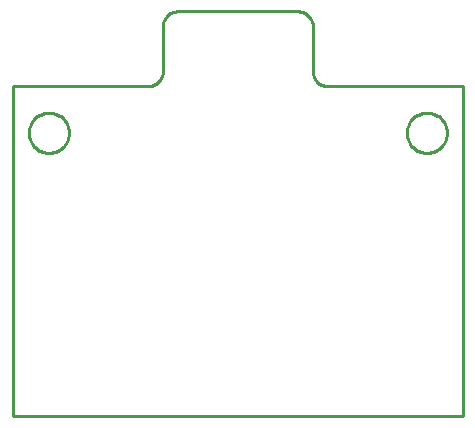
<source format=gbr>
G04 EAGLE Gerber RS-274X export*
G75*
%MOMM*%
%FSLAX34Y34*%
%LPD*%
%IN*%
%IPPOS*%
%AMOC8*
5,1,8,0,0,1.08239X$1,22.5*%
G01*
%ADD10C,0.254000*%


D10*
X0Y0D02*
X381000Y0D01*
X381000Y279400D01*
X266700Y279400D01*
X265593Y279448D01*
X264495Y279593D01*
X263413Y279833D01*
X262356Y280166D01*
X261333Y280590D01*
X260350Y281101D01*
X259416Y281697D01*
X258537Y282371D01*
X257720Y283120D01*
X256971Y283937D01*
X256297Y284816D01*
X255701Y285750D01*
X255190Y286733D01*
X254766Y287756D01*
X254433Y288813D01*
X254193Y289895D01*
X254048Y290993D01*
X254000Y292100D01*
X254000Y330200D01*
X253952Y331307D01*
X253807Y332405D01*
X253567Y333487D01*
X253234Y334544D01*
X252810Y335567D01*
X252299Y336550D01*
X251703Y337484D01*
X251029Y338363D01*
X250280Y339180D01*
X249463Y339929D01*
X248584Y340603D01*
X247650Y341199D01*
X246667Y341710D01*
X245644Y342134D01*
X244587Y342467D01*
X243505Y342707D01*
X242407Y342852D01*
X241300Y342900D01*
X139700Y342900D01*
X138593Y342852D01*
X137495Y342707D01*
X136413Y342467D01*
X135356Y342134D01*
X134333Y341710D01*
X133350Y341199D01*
X132416Y340603D01*
X131537Y339929D01*
X130720Y339180D01*
X129971Y338363D01*
X129297Y337484D01*
X128701Y336550D01*
X128190Y335567D01*
X127766Y334544D01*
X127433Y333487D01*
X127193Y332405D01*
X127048Y331307D01*
X127000Y330200D01*
X127000Y292100D01*
X126952Y290993D01*
X126807Y289895D01*
X126567Y288813D01*
X126234Y287756D01*
X125810Y286733D01*
X125299Y285750D01*
X124703Y284816D01*
X124029Y283937D01*
X123280Y283120D01*
X122463Y282371D01*
X121584Y281697D01*
X120650Y281101D01*
X119667Y280590D01*
X118644Y280166D01*
X117587Y279833D01*
X116505Y279593D01*
X115407Y279448D01*
X114300Y279400D01*
X0Y279400D01*
X0Y0D01*
X47500Y239443D02*
X47427Y238333D01*
X47282Y237229D01*
X47065Y236138D01*
X46777Y235063D01*
X46419Y234009D01*
X45993Y232980D01*
X45501Y231982D01*
X44944Y231018D01*
X44326Y230093D01*
X43648Y229210D01*
X42914Y228373D01*
X42127Y227586D01*
X41290Y226852D01*
X40407Y226174D01*
X39482Y225556D01*
X38518Y224999D01*
X37520Y224507D01*
X36491Y224081D01*
X35437Y223723D01*
X34362Y223435D01*
X33271Y223218D01*
X32167Y223073D01*
X31057Y223000D01*
X29943Y223000D01*
X28833Y223073D01*
X27729Y223218D01*
X26638Y223435D01*
X25563Y223723D01*
X24509Y224081D01*
X23480Y224507D01*
X22482Y224999D01*
X21518Y225556D01*
X20593Y226174D01*
X19710Y226852D01*
X18873Y227586D01*
X18086Y228373D01*
X17352Y229210D01*
X16674Y230093D01*
X16056Y231018D01*
X15499Y231982D01*
X15007Y232980D01*
X14581Y234009D01*
X14223Y235063D01*
X13935Y236138D01*
X13718Y237229D01*
X13573Y238333D01*
X13500Y239443D01*
X13500Y240557D01*
X13573Y241667D01*
X13718Y242771D01*
X13935Y243862D01*
X14223Y244937D01*
X14581Y245991D01*
X15007Y247020D01*
X15499Y248018D01*
X16056Y248982D01*
X16674Y249907D01*
X17352Y250790D01*
X18086Y251627D01*
X18873Y252414D01*
X19710Y253148D01*
X20593Y253826D01*
X21518Y254444D01*
X22482Y255001D01*
X23480Y255493D01*
X24509Y255919D01*
X25563Y256277D01*
X26638Y256565D01*
X27729Y256782D01*
X28833Y256927D01*
X29943Y257000D01*
X31057Y257000D01*
X32167Y256927D01*
X33271Y256782D01*
X34362Y256565D01*
X35437Y256277D01*
X36491Y255919D01*
X37520Y255493D01*
X38518Y255001D01*
X39482Y254444D01*
X40407Y253826D01*
X41290Y253148D01*
X42127Y252414D01*
X42914Y251627D01*
X43648Y250790D01*
X44326Y249907D01*
X44944Y248982D01*
X45501Y248018D01*
X45993Y247020D01*
X46419Y245991D01*
X46777Y244937D01*
X47065Y243862D01*
X47282Y242771D01*
X47427Y241667D01*
X47500Y240557D01*
X47500Y239443D01*
X367500Y239443D02*
X367427Y238333D01*
X367282Y237229D01*
X367065Y236138D01*
X366777Y235063D01*
X366419Y234009D01*
X365993Y232980D01*
X365501Y231982D01*
X364944Y231018D01*
X364326Y230093D01*
X363648Y229210D01*
X362914Y228373D01*
X362127Y227586D01*
X361290Y226852D01*
X360407Y226174D01*
X359482Y225556D01*
X358518Y224999D01*
X357520Y224507D01*
X356491Y224081D01*
X355437Y223723D01*
X354362Y223435D01*
X353271Y223218D01*
X352167Y223073D01*
X351057Y223000D01*
X349943Y223000D01*
X348833Y223073D01*
X347729Y223218D01*
X346638Y223435D01*
X345563Y223723D01*
X344509Y224081D01*
X343480Y224507D01*
X342482Y224999D01*
X341518Y225556D01*
X340593Y226174D01*
X339710Y226852D01*
X338873Y227586D01*
X338086Y228373D01*
X337352Y229210D01*
X336674Y230093D01*
X336056Y231018D01*
X335499Y231982D01*
X335007Y232980D01*
X334581Y234009D01*
X334223Y235063D01*
X333935Y236138D01*
X333718Y237229D01*
X333573Y238333D01*
X333500Y239443D01*
X333500Y240557D01*
X333573Y241667D01*
X333718Y242771D01*
X333935Y243862D01*
X334223Y244937D01*
X334581Y245991D01*
X335007Y247020D01*
X335499Y248018D01*
X336056Y248982D01*
X336674Y249907D01*
X337352Y250790D01*
X338086Y251627D01*
X338873Y252414D01*
X339710Y253148D01*
X340593Y253826D01*
X341518Y254444D01*
X342482Y255001D01*
X343480Y255493D01*
X344509Y255919D01*
X345563Y256277D01*
X346638Y256565D01*
X347729Y256782D01*
X348833Y256927D01*
X349943Y257000D01*
X351057Y257000D01*
X352167Y256927D01*
X353271Y256782D01*
X354362Y256565D01*
X355437Y256277D01*
X356491Y255919D01*
X357520Y255493D01*
X358518Y255001D01*
X359482Y254444D01*
X360407Y253826D01*
X361290Y253148D01*
X362127Y252414D01*
X362914Y251627D01*
X363648Y250790D01*
X364326Y249907D01*
X364944Y248982D01*
X365501Y248018D01*
X365993Y247020D01*
X366419Y245991D01*
X366777Y244937D01*
X367065Y243862D01*
X367282Y242771D01*
X367427Y241667D01*
X367500Y240557D01*
X367500Y239443D01*
M02*

</source>
